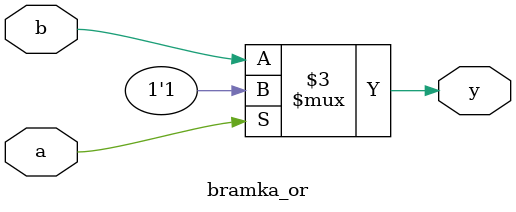
<source format=v>
module bramka_or(
	output reg y,
	input a,
	input b
);

always @(*) begin
	if (a) y=1;
	else y=b;
end

endmodule
</source>
